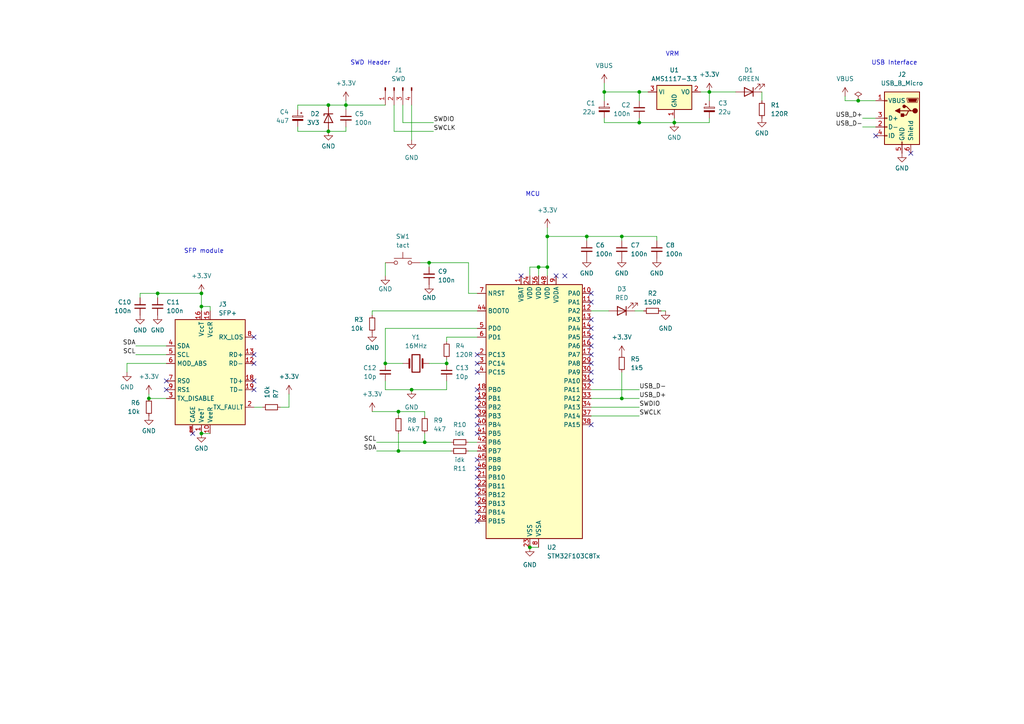
<source format=kicad_sch>
(kicad_sch (version 20230121) (generator eeschema)
  (paper "A4")
  (title_block (title "Cute little SFP+ programmer") (date "2023-11-25") (rev "1.1e") (company "Nyanbyte P.S.A.") (comment 1 "by femsci"))
  (lib_symbols
    (symbol "Connector:Conn_01x04_Pin" (pin_names (offset 1.016) hide)
      (property "Reference" "J" (at 0 5.08 0))
      (property "Value" "Conn_01x04_Pin" (at 0 -7.62 0))
      (symbol "Conn_01x04_Pin_1_1"
        (polyline (pts (xy 1.27 -5.08) (xy 0.8636 -5.08)) (stroke (width 0.1524)))
        (polyline (pts (xy 1.27 -2.54) (xy 0.8636 -2.54)) (stroke (width 0.1524)))
        (polyline (pts (xy 1.27 0) (xy 0.8636 0)) (stroke (width 0.1524)))
        (polyline (pts (xy 1.27 2.54) (xy 0.8636 2.54)) (stroke (width 0.1524)))
        (rectangle (start 0.8636 -4.953) (end 0 -5.207) (stroke (width 0.1524)) (fill (type outline)))
        (rectangle (start 0.8636 -2.413) (end 0 -2.667) (stroke (width 0.1524)) (fill (type outline)))
        (rectangle (start 0.8636 0.127) (end 0 -0.127) (stroke (width 0.1524)) (fill (type outline)))
        (rectangle (start 0.8636 2.667) (end 0 2.413) (stroke (width 0.1524)) (fill (type outline)))
        (pin passive line (at 5.08 2.54 180) (length 3.81) (name "Pin_1") (number "1"))
        (pin passive line (at 5.08 0 180) (length 3.81) (name "Pin_2") (number "2"))
        (pin passive line (at 5.08 -2.54 180) (length 3.81) (name "Pin_3") (number "3"))
        (pin passive line (at 5.08 -5.08 180) (length 3.81) (name "Pin_4") (number "4"))
      )
    )
    (symbol "Connector:USB_B_Micro" (pin_names (offset 1.016))
      (property "Reference" "J" (at -5.08 11.43 0))
      (property "Value" "USB_B_Micro" (at -5.08 8.89 0))
      (symbol "USB_B_Micro_0_1"
        (rectangle (start -5.08 -7.62) (end 5.08 7.62) (stroke (width 0.254)) (fill (type background)))
        (circle (center -3.81 2.159) (radius 0.635) (stroke (width 0.254)) (fill (type outline)))
        (circle (center -0.635 3.429) (radius 0.381) (stroke (width 0.254)) (fill (type outline)))
        (rectangle (start -0.127 -7.62) (end 0.127 -6.858))
        (polyline (pts (xy -1.905 2.159) (xy 0.635 2.159)) (stroke (width 0.254)))
        (polyline (pts (xy -3.175 2.159) (xy -2.54 2.159) (xy -1.27 3.429) (xy -0.635 3.429)) (stroke (width 0.254)))
        (polyline (pts (xy -2.54 2.159) (xy -1.905 2.159) (xy -1.27 0.889) (xy 0 0.889)) (stroke (width 0.254)))
        (polyline (pts (xy 0.635 2.794) (xy 0.635 1.524) (xy 1.905 2.159) (xy 0.635 2.794)) (stroke (width 0.254)) (fill (type outline)))
        (polyline (pts (xy -4.318 5.588) (xy -1.778 5.588) (xy -2.032 4.826) (xy -4.064 4.826) (xy -4.318 5.588)) (fill (type outline)))
        (polyline (pts (xy -4.699 5.842) (xy -4.699 5.588) (xy -4.445 4.826) (xy -4.445 4.572) (xy -1.651 4.572) (xy -1.651 4.826) (xy -1.397 5.588) (xy -1.397 5.842) (xy -4.699 5.842)))
        (rectangle (start 0.254 1.27) (end -0.508 0.508) (stroke (width 0.254)) (fill (type outline)))
        (rectangle (start 5.08 -5.207) (end 4.318 -4.953))
        (rectangle (start 5.08 -2.667) (end 4.318 -2.413))
        (rectangle (start 5.08 -0.127) (end 4.318 0.127))
        (rectangle (start 5.08 4.953) (end 4.318 5.207))
      )
      (symbol "USB_B_Micro_1_1"
        (pin power_out line (at 7.62 5.08 180) (length 2.54) (name "VBUS") (number "1"))
        (pin bidirectional line (at 7.62 -2.54 180) (length 2.54) (name "D-") (number "2"))
        (pin bidirectional line (at 7.62 0 180) (length 2.54) (name "D+") (number "3"))
        (pin passive line (at 7.62 -5.08 180) (length 2.54) (name "ID") (number "4"))
        (pin power_out line (at 0 -10.16 90) (length 2.54) (name "GND") (number "5"))
        (pin passive line (at -2.54 -10.16 90) (length 2.54) (name "Shield") (number "6"))
      )
    )
    (symbol "Device:C_Polarized_Small" (pin_numbers hide) (pin_names (offset 0.254) hide)
      (property "Reference" "C" (at 0.254 1.778 0))
      (property "Value" "C_Polarized_Small" (at 0.254 -2.032 0))
      (symbol "C_Polarized_Small_0_1"
        (rectangle (start -1.524 -0.3048) (end 1.524 -0.6858) (fill (type outline)))
        (rectangle (start -1.524 0.6858) (end 1.524 0.3048))
        (polyline (pts (xy -1.27 1.524) (xy -0.762 1.524)))
        (polyline (pts (xy -1.016 1.27) (xy -1.016 1.778)))
      )
      (symbol "C_Polarized_Small_1_1"
        (pin passive line (at 0 2.54 270) (length 1.8542) (name "~") (number "1"))
        (pin passive line (at 0 -2.54 90) (length 1.8542) (name "~") (number "2"))
      )
    )
    (symbol "Device:C_Small" (pin_numbers hide) (pin_names (offset 0.254) hide)
      (property "Reference" "C" (at 0.254 1.778 0))
      (property "Value" "C_Small" (at 0.254 -2.032 0))
      (symbol "C_Small_0_1"
        (polyline (pts (xy -1.524 -0.508) (xy 1.524 -0.508)) (stroke (width 0.3302)))
        (polyline (pts (xy -1.524 0.508) (xy 1.524 0.508)) (stroke (width 0.3048)))
      )
      (symbol "C_Small_1_1"
        (pin passive line (at 0 2.54 270) (length 2.032) (name "~") (number "1"))
        (pin passive line (at 0 -2.54 90) (length 2.032) (name "~") (number "2"))
      )
    )
    (symbol "Device:Crystal" (pin_numbers hide) (pin_names (offset 1.016) hide)
      (property "Reference" "Y" (at 0 3.81 0))
      (property "Value" "Crystal" (at 0 -3.81 0))
      (symbol "Crystal_0_1"
        (rectangle (start -1.143 2.54) (end 1.143 -2.54) (stroke (width 0.3048)))
        (polyline (pts (xy -2.54 0) (xy -1.905 0)))
        (polyline (pts (xy -1.905 -1.27) (xy -1.905 1.27)) (stroke (width 0.508)))
        (polyline (pts (xy 1.905 -1.27) (xy 1.905 1.27)) (stroke (width 0.508)))
        (polyline (pts (xy 2.54 0) (xy 1.905 0)))
      )
      (symbol "Crystal_1_1"
        (pin passive line (at -3.81 0 0) (length 1.27) (name "1") (number "1"))
        (pin passive line (at 3.81 0 180) (length 1.27) (name "2") (number "2"))
      )
    )
    (symbol "Device:D_Zener" (pin_numbers hide) (pin_names (offset 1.016) hide)
      (property "Reference" "D" (at 0 2.54 0))
      (property "Value" "D_Zener" (at 0 -2.54 0))
      (symbol "D_Zener_0_1"
        (polyline (pts (xy 1.27 0) (xy -1.27 0)))
        (polyline (pts (xy -1.27 -1.27) (xy -1.27 1.27) (xy -0.762 1.27)) (stroke (width 0.254)))
        (polyline (pts (xy 1.27 -1.27) (xy 1.27 1.27) (xy -1.27 0) (xy 1.27 -1.27)) (stroke (width 0.254)))
      )
      (symbol "D_Zener_1_1"
        (pin passive line (at -3.81 0 0) (length 2.54) (name "K") (number "1"))
        (pin passive line (at 3.81 0 180) (length 2.54) (name "A") (number "2"))
      )
    )
    (symbol "Device:LED" (pin_numbers hide) (pin_names (offset 1.016) hide)
      (property "Reference" "D" (at 0 2.54 0))
      (property "Value" "LED" (at 0 -2.54 0))
      (symbol "LED_0_1"
        (polyline (pts (xy -1.27 -1.27) (xy -1.27 1.27)) (stroke (width 0.254)))
        (polyline (pts (xy -1.27 0) (xy 1.27 0)))
        (polyline (pts (xy 1.27 -1.27) (xy 1.27 1.27) (xy -1.27 0) (xy 1.27 -1.27)) (stroke (width 0.254)))
        (polyline (pts (xy -3.048 -0.762) (xy -4.572 -2.286) (xy -3.81 -2.286) (xy -4.572 -2.286) (xy -4.572 -1.524)))
        (polyline (pts (xy -1.778 -0.762) (xy -3.302 -2.286) (xy -2.54 -2.286) (xy -3.302 -2.286) (xy -3.302 -1.524)))
      )
      (symbol "LED_1_1"
        (pin passive line (at -3.81 0 0) (length 2.54) (name "K") (number "1"))
        (pin passive line (at 3.81 0 180) (length 2.54) (name "A") (number "2"))
      )
    )
    (symbol "Device:R_Small" (pin_numbers hide) (pin_names (offset 0.254) hide)
      (property "Reference" "R" (at 0.762 0.508 0))
      (property "Value" "R_Small" (at 0.762 -1.016 0))
      (symbol "R_Small_0_1"
        (rectangle (start -0.762 1.778) (end 0.762 -1.778) (stroke (width 0.2032)))
      )
      (symbol "R_Small_1_1"
        (pin passive line (at 0 2.54 270) (length 0.762) (name "~") (number "1"))
        (pin passive line (at 0 -2.54 90) (length 0.762) (name "~") (number "2"))
      )
    )
    (symbol "Interface_Optical:SFP+"
      (property "Reference" "J" (at -8.89 16.51 0))
      (property "Value" "SFP+" (at 11.43 16.51 0))
      (symbol "SFP+_0_0"
        (rectangle (start -10.16 15.24) (end 10.16 -15.24) (stroke (width 0.254)) (fill (type background)))
      )
      (symbol "SFP+_1_1"
        (pin power_in line (at -2.54 -17.78 90) (length 2.54) (name "VeeT") (number "1"))
        (pin power_in line (at 0 -17.78 90) (length 2.54) (name "VeeR") (number "10"))
        (pin passive line (at 0 -17.78 90) (length 2.54) hide (name "VeeR") (number "11"))
        (pin output line (at 12.7 2.54 180) (length 2.54) (name "RD-") (number "12"))
        (pin output line (at 12.7 5.08 180) (length 2.54) (name "RD+") (number "13"))
        (pin passive line (at 0 -17.78 90) (length 2.54) hide (name "VeeR") (number "14"))
        (pin power_in line (at 0 17.78 270) (length 2.54) (name "VccR") (number "15"))
        (pin power_in line (at -2.54 17.78 270) (length 2.54) (name "VccT") (number "16"))
        (pin passive line (at -2.54 -17.78 90) (length 2.54) hide (name "VeeT") (number "17"))
        (pin input line (at 12.7 -2.54 180) (length 2.54) (name "TD+") (number "18"))
        (pin input line (at 12.7 -5.08 180) (length 2.54) (name "TD-") (number "19"))
        (pin open_collector line (at 12.7 -10.16 180) (length 2.54) (name "TX_FAULT") (number "2"))
        (pin passive line (at -2.54 -17.78 90) (length 2.54) hide (name "VeeT") (number "20"))
        (pin input line (at -12.7 -7.62 0) (length 2.54) (name "TX_DISABLE") (number "3"))
        (pin bidirectional line (at -12.7 7.62 0) (length 2.54) (name "SDA") (number "4"))
        (pin input line (at -12.7 5.08 0) (length 2.54) (name "SCL") (number "5"))
        (pin passive line (at -12.7 2.54 0) (length 2.54) (name "MOD_ABS") (number "6"))
        (pin input line (at -12.7 -2.54 0) (length 2.54) (name "RS0") (number "7"))
        (pin open_collector line (at 12.7 10.16 180) (length 2.54) (name "RX_LOS") (number "8"))
        (pin input line (at -12.7 -5.08 0) (length 2.54) (name "RS1") (number "9"))
        (pin passive line (at -5.08 -17.78 90) (length 2.54) (name "CAGE") (number "CAGE"))
      )
    )
    (symbol "MCU_ST_STM32F1:STM32F103C8Tx"
      (property "Reference" "U" (at -12.7 39.37 0))
      (property "Value" "STM32F103C8Tx" (at 10.16 39.37 0))
      (symbol "STM32F103C8Tx_0_1"
        (rectangle (start -12.7 -35.56) (end 15.24 38.1) (stroke (width 0.254)) (fill (type background)))
      )
      (symbol "STM32F103C8Tx_1_1"
        (pin power_in line (at -2.54 40.64 270) (length 2.54) (name "VBAT") (number "1"))
        (pin bidirectional line (at 17.78 35.56 180) (length 2.54) (name "PA0") (number "10"))
        (pin bidirectional line (at 17.78 33.02 180) (length 2.54) (name "PA1") (number "11"))
        (pin bidirectional line (at 17.78 30.48 180) (length 2.54) (name "PA2") (number "12"))
        (pin bidirectional line (at 17.78 27.94 180) (length 2.54) (name "PA3") (number "13"))
        (pin bidirectional line (at 17.78 25.4 180) (length 2.54) (name "PA4") (number "14"))
        (pin bidirectional line (at 17.78 22.86 180) (length 2.54) (name "PA5") (number "15"))
        (pin bidirectional line (at 17.78 20.32 180) (length 2.54) (name "PA6") (number "16"))
        (pin bidirectional line (at 17.78 17.78 180) (length 2.54) (name "PA7") (number "17"))
        (pin bidirectional line (at -15.24 7.62 0) (length 2.54) (name "PB0") (number "18"))
        (pin bidirectional line (at -15.24 5.08 0) (length 2.54) (name "PB1") (number "19"))
        (pin bidirectional line (at -15.24 17.78 0) (length 2.54) (name "PC13") (number "2"))
        (pin bidirectional line (at -15.24 2.54 0) (length 2.54) (name "PB2") (number "20"))
        (pin bidirectional line (at -15.24 -17.78 0) (length 2.54) (name "PB10") (number "21"))
        (pin bidirectional line (at -15.24 -20.32 0) (length 2.54) (name "PB11") (number "22"))
        (pin power_in line (at 0 -38.1 90) (length 2.54) (name "VSS") (number "23"))
        (pin power_in line (at 0 40.64 270) (length 2.54) (name "VDD") (number "24"))
        (pin bidirectional line (at -15.24 -22.86 0) (length 2.54) (name "PB12") (number "25"))
        (pin bidirectional line (at -15.24 -25.4 0) (length 2.54) (name "PB13") (number "26"))
        (pin bidirectional line (at -15.24 -27.94 0) (length 2.54) (name "PB14") (number "27"))
        (pin bidirectional line (at -15.24 -30.48 0) (length 2.54) (name "PB15") (number "28"))
        (pin bidirectional line (at 17.78 15.24 180) (length 2.54) (name "PA8") (number "29"))
        (pin bidirectional line (at -15.24 15.24 0) (length 2.54) (name "PC14") (number "3"))
        (pin bidirectional line (at 17.78 12.7 180) (length 2.54) (name "PA9") (number "30"))
        (pin bidirectional line (at 17.78 10.16 180) (length 2.54) (name "PA10") (number "31"))
        (pin bidirectional line (at 17.78 7.62 180) (length 2.54) (name "PA11") (number "32"))
        (pin bidirectional line (at 17.78 5.08 180) (length 2.54) (name "PA12") (number "33"))
        (pin bidirectional line (at 17.78 2.54 180) (length 2.54) (name "PA13") (number "34"))
        (pin passive line (at 0 -38.1 90) (length 2.54) hide (name "VSS") (number "35"))
        (pin power_in line (at 2.54 40.64 270) (length 2.54) (name "VDD") (number "36"))
        (pin bidirectional line (at 17.78 0 180) (length 2.54) (name "PA14") (number "37"))
        (pin bidirectional line (at 17.78 -2.54 180) (length 2.54) (name "PA15") (number "38"))
        (pin bidirectional line (at -15.24 0 0) (length 2.54) (name "PB3") (number "39"))
        (pin bidirectional line (at -15.24 12.7 0) (length 2.54) (name "PC15") (number "4"))
        (pin bidirectional line (at -15.24 -2.54 0) (length 2.54) (name "PB4") (number "40"))
        (pin bidirectional line (at -15.24 -5.08 0) (length 2.54) (name "PB5") (number "41"))
        (pin bidirectional line (at -15.24 -7.62 0) (length 2.54) (name "PB6") (number "42"))
        (pin bidirectional line (at -15.24 -10.16 0) (length 2.54) (name "PB7") (number "43"))
        (pin input line (at -15.24 30.48 0) (length 2.54) (name "BOOT0") (number "44"))
        (pin bidirectional line (at -15.24 -12.7 0) (length 2.54) (name "PB8") (number "45"))
        (pin bidirectional line (at -15.24 -15.24 0) (length 2.54) (name "PB9") (number "46"))
        (pin passive line (at 0 -38.1 90) (length 2.54) hide (name "VSS") (number "47"))
        (pin power_in line (at 5.08 40.64 270) (length 2.54) (name "VDD") (number "48"))
        (pin bidirectional line (at -15.24 25.4 0) (length 2.54) (name "PD0") (number "5"))
        (pin bidirectional line (at -15.24 22.86 0) (length 2.54) (name "PD1") (number "6"))
        (pin input line (at -15.24 35.56 0) (length 2.54) (name "NRST") (number "7"))
        (pin power_in line (at 2.54 -38.1 90) (length 2.54) (name "VSSA") (number "8"))
        (pin power_in line (at 7.62 40.64 270) (length 2.54) (name "VDDA") (number "9"))
      )
    )
    (symbol "Regulator_Linear:AMS1117-3.3"
      (property "Reference" "U" (at -3.81 3.175 0))
      (property "Value" "AMS1117-3.3" (at 0 3.175 0))
      (symbol "AMS1117-3.3_0_1"
        (rectangle (start -5.08 -5.08) (end 5.08 1.905) (stroke (width 0.254)) (fill (type background)))
      )
      (symbol "AMS1117-3.3_1_1"
        (pin power_in line (at 0 -7.62 90) (length 2.54) (name "GND") (number "1"))
        (pin power_out line (at 7.62 0 180) (length 2.54) (name "VO") (number "2"))
        (pin power_in line (at -7.62 0 0) (length 2.54) (name "VI") (number "3"))
      )
    )
    (symbol "Switch:SW_Push" (pin_numbers hide) (pin_names (offset 1.016) hide)
      (property "Reference" "SW" (at 1.27 2.54 0))
      (property "Value" "SW_Push" (at 0 -1.524 0))
      (symbol "SW_Push_0_1"
        (circle (center -2.032 0) (radius 0.508))
        (polyline (pts (xy 0 1.27) (xy 0 3.048)))
        (polyline (pts (xy 2.54 1.27) (xy -2.54 1.27)))
        (circle (center 2.032 0) (radius 0.508))
        (pin passive line (at -5.08 0 0) (length 2.54) (name "1") (number "1"))
        (pin passive line (at 5.08 0 180) (length 2.54) (name "2") (number "2"))
      )
    )
    (symbol "power:+3.3V" (power) (pin_names (offset 0))
      (property "Value" "+3.3V" (at 0 3.556 0))
      (symbol "+3.3V_0_1"
        (polyline (pts (xy -0.762 1.27) (xy 0 2.54)))
        (polyline (pts (xy 0 0) (xy 0 2.54)))
        (polyline (pts (xy 0 2.54) (xy 0.762 1.27)))
      )
      (symbol "+3.3V_1_1"
        (pin power_in line (at 0 0 90) (length 0) hide (name "+3.3V") (number "1"))
      )
    )
    (symbol "power:GND" (power) (pin_names (offset 0))
      (property "Value" "GND" (at 0 -3.81 0))
      (symbol "GND_0_1"
        (polyline (pts (xy 0 0) (xy 0 -1.27) (xy 1.27 -1.27) (xy 0 -2.54) (xy -1.27 -1.27) (xy 0 -1.27)))
      )
      (symbol "GND_1_1"
        (pin power_in line (at 0 0 270) (length 0) hide (name "GND") (number "1"))
      )
    )
    (symbol "power:PWR_FLAG" (power) (pin_numbers hide) (pin_names (offset 0) hide)
      (property "Value" "PWR_FLAG" (at 0 3.81 0))
      (symbol "PWR_FLAG_0_0"
        (pin power_out line (at 0 0 90) (length 0) (name "pwr") (number "1"))
      )
      (symbol "PWR_FLAG_0_1"
        (polyline (pts (xy 0 0) (xy 0 1.27) (xy -1.016 1.905) (xy 0 2.54) (xy 1.016 1.905) (xy 0 1.27)))
      )
    )
    (symbol "power:VBUS" (power) (pin_names (offset 0))
      (property "Value" "VBUS" (at 0 3.81 0))
      (symbol "VBUS_0_1"
        (polyline (pts (xy -0.762 1.27) (xy 0 2.54)))
        (polyline (pts (xy 0 0) (xy 0 2.54)))
        (polyline (pts (xy 0 2.54) (xy 0.762 1.27)))
      )
      (symbol "VBUS_1_1"
        (pin power_in line (at 0 0 90) (length 0) hide (name "VBUS") (number "1"))
      )
    )
  )
  (junction (at 205.74 26.67))
  (junction (at 119.38 113.03))
  (junction (at 58.42 125.73))
  (junction (at 175.26 26.67))
  (junction (at 153.67 158.75))
  (junction (at 248.92 29.21))
  (junction (at 185.42 26.67))
  (junction (at 58.42 85.09))
  (junction (at 170.18 68.58))
  (junction (at 45.72 85.09))
  (junction (at 115.57 119.38))
  (junction (at 100.33 30.48))
  (junction (at 129.54 105.41))
  (junction (at 195.58 35.56))
  (junction (at 58.42 88.9))
  (junction (at 158.75 77.47))
  (junction (at 156.21 77.47))
  (junction (at 95.25 38.1))
  (junction (at 123.19 128.27))
  (junction (at 111.76 105.41))
  (junction (at 43.18 115.57))
  (junction (at 115.57 130.81))
  (junction (at 180.34 68.58))
  (junction (at 95.25 30.48))
  (junction (at 158.75 68.58))
  (junction (at 185.42 35.56))
  (junction (at 124.46 76.2))
  (junction (at 180.34 115.57))
  (no_connect (at 138.43 140.97))
  (no_connect (at 138.43 118.11))
  (no_connect (at 138.43 113.03))
  (no_connect (at 138.43 151.13))
  (no_connect (at 138.43 107.95))
  (no_connect (at 171.45 107.95))
  (no_connect (at 264.16 44.45))
  (no_connect (at 73.66 113.03))
  (no_connect (at 138.43 123.19))
  (no_connect (at 138.43 125.73))
  (no_connect (at 138.43 115.57))
  (no_connect (at 171.45 87.63))
  (no_connect (at 138.43 133.35))
  (no_connect (at 171.45 123.19))
  (no_connect (at 171.45 92.71))
  (no_connect (at 138.43 105.41))
  (no_connect (at 171.45 100.33))
  (no_connect (at 73.66 110.49))
  (no_connect (at 138.43 143.51))
  (no_connect (at 138.43 146.05))
  (no_connect (at 138.43 138.43))
  (no_connect (at 161.29 80.01))
  (no_connect (at 138.43 120.65))
  (no_connect (at 48.26 113.03))
  (no_connect (at 171.45 85.09))
  (no_connect (at 163.83 80.01))
  (no_connect (at 254 39.37))
  (no_connect (at 171.45 102.87))
  (no_connect (at 73.66 102.87))
  (no_connect (at 138.43 148.59))
  (no_connect (at 151.13 80.01))
  (no_connect (at 138.43 102.87))
  (no_connect (at 171.45 110.49))
  (no_connect (at 55.88 125.73))
  (no_connect (at 171.45 95.25))
  (no_connect (at 171.45 97.79))
  (no_connect (at 73.66 105.41))
  (no_connect (at 73.66 97.79))
  (no_connect (at 171.45 105.41))
  (no_connect (at 48.26 110.49))
  (no_connect (at 138.43 135.89))
  (wire (pts (xy 254 34.29) (xy 250.19 34.29)))
  (wire (pts (xy 158.75 77.47) (xy 158.75 80.01)))
  (wire (pts (xy 175.26 26.67) (xy 185.42 26.67)))
  (wire (pts (xy 83.82 118.11) (xy 83.82 114.3)))
  (wire (pts (xy 40.64 85.09) (xy 45.72 85.09)))
  (wire (pts (xy 45.72 85.09) (xy 45.72 86.36)))
  (wire (pts (xy 115.57 119.38) (xy 123.19 119.38)))
  (wire (pts (xy 116.84 35.56) (xy 125.73 35.56)))
  (wire (pts (xy 60.96 88.9) (xy 60.96 90.17)))
  (wire (pts (xy 95.25 30.48) (xy 100.33 30.48)))
  (wire (pts (xy 175.26 35.56) (xy 185.42 35.56)))
  (wire (pts (xy 180.34 107.95) (xy 180.34 115.57)))
  (wire (pts (xy 107.95 90.17) (xy 138.43 90.17)))
  (wire (pts (xy 125.73 38.1) (xy 114.3 38.1)))
  (wire (pts (xy 86.36 38.1) (xy 86.36 36.83)))
  (wire (pts (xy 220.98 26.67) (xy 220.98 29.21)))
  (wire (pts (xy 129.54 99.06) (xy 129.54 97.79)))
  (wire (pts (xy 95.25 30.48) (xy 86.36 30.48)))
  (wire (pts (xy 43.18 114.3) (xy 43.18 115.57)))
  (wire (pts (xy 158.75 68.58) (xy 170.18 68.58)))
  (wire (pts (xy 119.38 113.03) (xy 129.54 113.03)))
  (wire (pts (xy 171.45 113.03) (xy 185.42 113.03)))
  (wire (pts (xy 73.66 118.11) (xy 76.2 118.11)))
  (wire (pts (xy 124.46 105.41) (xy 129.54 105.41)))
  (wire (pts (xy 170.18 68.58) (xy 170.18 69.85)))
  (wire (pts (xy 81.28 118.11) (xy 83.82 118.11)))
  (wire (pts (xy 245.11 29.21) (xy 248.92 29.21)))
  (wire (pts (xy 114.3 38.1) (xy 114.3 30.48)))
  (wire (pts (xy 175.26 34.29) (xy 175.26 35.56)))
  (wire (pts (xy 121.92 76.2) (xy 124.46 76.2)))
  (wire (pts (xy 119.38 30.48) (xy 119.38 40.64)))
  (wire (pts (xy 180.34 68.58) (xy 190.5 68.58)))
  (wire (pts (xy 58.42 88.9) (xy 60.96 88.9)))
  (wire (pts (xy 95.25 38.1) (xy 86.36 38.1)))
  (wire (pts (xy 254 29.21) (xy 248.92 29.21)))
  (wire (pts (xy 153.67 77.47) (xy 156.21 77.47)))
  (wire (pts (xy 40.64 85.09) (xy 40.64 86.36)))
  (wire (pts (xy 36.83 105.41) (xy 48.26 105.41)))
  (wire (pts (xy 111.76 76.2) (xy 111.76 80.01)))
  (wire (pts (xy 203.2 26.67) (xy 205.74 26.67)))
  (wire (pts (xy 116.84 30.48) (xy 116.84 35.56)))
  (wire (pts (xy 111.76 113.03) (xy 111.76 110.49)))
  (wire (pts (xy 175.26 24.13) (xy 175.26 26.67)))
  (wire (pts (xy 124.46 76.2) (xy 124.46 77.47)))
  (wire (pts (xy 205.74 26.67) (xy 213.36 26.67)))
  (wire (pts (xy 129.54 97.79) (xy 138.43 97.79)))
  (wire (pts (xy 184.15 90.17) (xy 186.69 90.17)))
  (wire (pts (xy 171.45 115.57) (xy 180.34 115.57)))
  (wire (pts (xy 158.75 66.04) (xy 158.75 68.58)))
  (wire (pts (xy 39.37 102.87) (xy 48.26 102.87)))
  (wire (pts (xy 129.54 110.49) (xy 129.54 113.03)))
  (wire (pts (xy 135.89 85.09) (xy 135.89 76.2)))
  (wire (pts (xy 111.76 105.41) (xy 116.84 105.41)))
  (wire (pts (xy 100.33 31.75) (xy 100.33 30.48)))
  (wire (pts (xy 100.33 36.83) (xy 100.33 38.1)))
  (wire (pts (xy 100.33 30.48) (xy 111.76 30.48)))
  (wire (pts (xy 124.46 76.2) (xy 135.89 76.2)))
  (wire (pts (xy 158.75 68.58) (xy 158.75 77.47)))
  (wire (pts (xy 58.42 85.09) (xy 58.42 88.9)))
  (wire (pts (xy 185.42 26.67) (xy 187.96 26.67)))
  (wire (pts (xy 111.76 95.25) (xy 138.43 95.25)))
  (wire (pts (xy 185.42 26.67) (xy 185.42 29.21)))
  (wire (pts (xy 43.18 115.57) (xy 48.26 115.57)))
  (wire (pts (xy 175.26 26.67) (xy 175.26 29.21)))
  (wire (pts (xy 36.83 107.95) (xy 36.83 105.41)))
  (wire (pts (xy 115.57 125.73) (xy 115.57 130.81)))
  (wire (pts (xy 205.74 35.56) (xy 195.58 35.56)))
  (wire (pts (xy 153.67 158.75) (xy 156.21 158.75)))
  (wire (pts (xy 205.74 34.29) (xy 205.74 35.56)))
  (wire (pts (xy 109.22 128.27) (xy 123.19 128.27)))
  (wire (pts (xy 58.42 125.73) (xy 60.96 125.73)))
  (wire (pts (xy 156.21 77.47) (xy 156.21 80.01)))
  (wire (pts (xy 86.36 30.48) (xy 86.36 31.75)))
  (wire (pts (xy 193.04 90.17) (xy 191.77 90.17)))
  (wire (pts (xy 185.42 35.56) (xy 195.58 35.56)))
  (wire (pts (xy 185.42 34.29) (xy 185.42 35.56)))
  (wire (pts (xy 205.74 29.21) (xy 205.74 26.67)))
  (wire (pts (xy 107.95 90.17) (xy 107.95 91.44)))
  (wire (pts (xy 100.33 30.48) (xy 100.33 29.21)))
  (wire (pts (xy 254 36.83) (xy 250.19 36.83)))
  (wire (pts (xy 111.76 95.25) (xy 111.76 105.41)))
  (wire (pts (xy 245.11 27.94) (xy 245.11 29.21)))
  (wire (pts (xy 171.45 120.65) (xy 185.42 120.65)))
  (wire (pts (xy 171.45 118.11) (xy 185.42 118.11)))
  (wire (pts (xy 180.34 115.57) (xy 185.42 115.57)))
  (wire (pts (xy 129.54 105.41) (xy 129.54 104.14)))
  (wire (pts (xy 180.34 68.58) (xy 180.34 69.85)))
  (wire (pts (xy 107.95 119.38) (xy 115.57 119.38)))
  (wire (pts (xy 115.57 130.81) (xy 109.22 130.81)))
  (wire (pts (xy 130.81 128.27) (xy 123.19 128.27)))
  (wire (pts (xy 115.57 119.38) (xy 115.57 120.65)))
  (wire (pts (xy 95.25 38.1) (xy 100.33 38.1)))
  (wire (pts (xy 130.81 130.81) (xy 115.57 130.81)))
  (wire (pts (xy 170.18 68.58) (xy 180.34 68.58)))
  (wire (pts (xy 138.43 85.09) (xy 135.89 85.09)))
  (wire (pts (xy 45.72 85.09) (xy 58.42 85.09)))
  (wire (pts (xy 195.58 35.56) (xy 195.58 34.29)))
  (wire (pts (xy 123.19 125.73) (xy 123.19 128.27)))
  (wire (pts (xy 171.45 90.17) (xy 176.53 90.17)))
  (wire (pts (xy 123.19 119.38) (xy 123.19 120.65)))
  (wire (pts (xy 138.43 130.81) (xy 135.89 130.81)))
  (wire (pts (xy 138.43 128.27) (xy 135.89 128.27)))
  (wire (pts (xy 156.21 77.47) (xy 158.75 77.47)))
  (wire (pts (xy 190.5 68.58) (xy 190.5 69.85)))
  (wire (pts (xy 119.38 113.03) (xy 111.76 113.03)))
  (wire (pts (xy 153.67 77.47) (xy 153.67 80.01)))
  (wire (pts (xy 39.37 100.33) (xy 48.26 100.33)))
  (wire (pts (xy 58.42 88.9) (xy 58.42 90.17)))
  (text "USB Interface" (at 252.73 19.05 0) (effects (font (size 1.27 1.27)) (justify left bottom)))
  (text "MCU" (at 152.4 57.15 0) (effects (font (size 1.27 1.27)) (justify left bottom)))
  (text "VRM" (at 193.04 16.51 0) (effects (font (size 1.27 1.27)) (justify left bottom)))
  (text "SFP module" (at 53.34 73.66 0) (effects (font (size 1.27 1.27)) (justify left bottom)))
  (text "SWD Header" (at 101.6 19.05 0) (effects (font (size 1.27 1.27)) (justify left bottom)))
  (label "USB_D-" (at 250.19 36.83 180))
  (label "SCL" (at 109.22 128.27 180))
  (label "SDA" (at 39.37 100.33 180))
  (label "USB_D+" (at 185.42 115.57 0))
  (label "SWDIO" (at 185.42 118.11 0))
  (label "SWDIO" (at 125.73 35.56 0))
  (label "SWCLK" (at 125.73 38.1 0))
  (label "SWCLK" (at 185.42 120.65 0))
  (label "USB_D+" (at 250.19 34.29 180))
  (label "SDA" (at 109.22 130.81 180))
  (label "USB_D-" (at 185.42 113.03 0))
  (label "SCL" (at 39.37 102.87 180))
  (symbol (lib_id "power:GND") (at 107.95 96.52 0) (unit 1)
    (property "Reference" "#PWR020" (effects hide))
    (property "Value" "GND" (at 107.95 100.838 0))
  )
  (symbol (lib_id "power:GND") (at 124.46 82.55 0) (unit 1)
    (property "Reference" "#PWR015" (effects hide))
    (property "Value" "GND" (at 124.46 86.36 0))
  )
  (symbol (lib_id "Device:C_Small") (at 170.18 72.39 0) (mirror y) (unit 1)
    (property "Reference" "C6" (at 172.72 71.1262 0) (effects (justify right)))
    (property "Value" "100n" (at 172.72 73.6662 0) (effects (justify right)))
    (property "Footprint" "Capacitor_SMD:C_0402_1005Metric_Pad0.74x0.62mm_HandSolder" (effects hide))
  )
  (symbol (lib_id "Device:C_Small") (at 129.54 107.95 0) (mirror y) (unit 1)
    (property "Reference" "C13" (at 132.08 106.6862 0) (effects (justify right)))
    (property "Value" "10p" (at 132.08 109.2262 0) (effects (justify right)))
    (property "Footprint" "Capacitor_SMD:C_0805_2012Metric_Pad1.18x1.45mm_HandSolder" (effects hide))
  )
  (symbol (lib_id "power:VBUS") (at 175.26 24.13 0) (mirror y) (unit 1)
    (property "Reference" "#PWR01" (effects hide))
    (property "Value" "VBUS" (at 175.26 19.05 0))
  )
  (symbol (lib_id "Device:C_Small") (at 100.33 34.29 0) (unit 1)
    (property "Reference" "C5" (at 102.87 33.0262 0) (effects (justify left)))
    (property "Value" "100n" (at 102.87 35.5662 0) (effects (justify left)))
    (property "Footprint" "Capacitor_SMD:C_0805_2012Metric_Pad1.18x1.45mm_HandSolder" (effects hide))
  )
  (symbol (lib_id "power:GND") (at 195.58 35.56 0) (mirror y) (unit 1)
    (property "Reference" "#PWR06" (effects hide))
    (property "Value" "GND" (at 195.58 39.878 0))
  )
  (symbol (lib_id "power:PWR_FLAG") (at 248.92 29.21 0) (mirror y) (unit 1)
    (property "Reference" "#FLG01" (effects hide))
    (property "Value" "PWR_FLAG" (effects hide))
  )
  (symbol (lib_id "Device:C_Polarized_Small") (at 175.26 31.75 0) (mirror y) (unit 1)
    (property "Reference" "C1" (at 172.72 29.9338 0) (effects (justify left)))
    (property "Value" "22u" (at 172.72 32.4738 0) (effects (justify left)))
    (property "Footprint" "Capacitor_Tantalum_SMD:CP_EIA-6032-28_Kemet-C_Pad2.25x2.35mm_HandSolder" (effects hide))
  )
  (symbol (lib_id "power:GND") (at 43.18 120.65 0) (unit 1)
    (property "Reference" "#PWR027" (effects hide))
    (property "Value" "GND" (at 43.18 124.968 0))
  )
  (symbol (lib_id "Device:R_Small") (at 220.98 31.75 0) (unit 1)
    (property "Reference" "R1" (at 223.52 30.4799 0) (effects (justify left)))
    (property "Value" "120R" (at 223.52 33.0199 0) (effects (justify left)))
    (property "Footprint" "Resistor_SMD:R_0805_2012Metric_Pad1.20x1.40mm_HandSolder" (effects hide))
  )
  (symbol (lib_id "Device:C_Polarized_Small") (at 86.36 34.29 0) (mirror y) (unit 1)
    (property "Reference" "C4" (at 83.82 32.4738 0) (effects (justify left)))
    (property "Value" "4u7" (at 83.82 35.0138 0) (effects (justify left)))
    (property "Footprint" "Capacitor_SMD:C_0805_2012Metric_Pad1.18x1.45mm_HandSolder" (effects hide))
  )
  (symbol (lib_id "MCU_ST_STM32F1:STM32F103C8Tx") (at 153.67 120.65 0) (unit 1)
    (property "Reference" "U2" (at 158.6326 158.75 0) (effects (justify left)))
    (property "Value" "STM32F103C8Tx" (at 158.6326 161.29 0) (effects (justify left)))
    (property "Footprint" "Package_QFP:LQFP-48_7x7mm_P0.5mm" (effects hide))
    (property "Datasheet" "https://www.st.com/resource/en/datasheet/stm32f103c8.pdf" (effects hide))
  )
  (symbol (lib_id "Device:R_Small") (at 180.34 105.41 180) (unit 1)
    (property "Reference" "R5" (at 182.88 104.1399 0) (effects (justify right)))
    (property "Value" "1k5" (at 182.88 106.6799 0) (effects (justify right)))
    (property "Footprint" "Resistor_SMD:R_0805_2012Metric_Pad1.20x1.40mm_HandSolder" (effects hide))
  )
  (symbol (lib_id "power:GND") (at 193.04 90.17 0) (unit 1)
    (property "Reference" "#PWR017" (effects hide))
    (property "Value" "GND" (at 193.04 95.25 0))
  )
  (symbol (lib_id "Device:C_Small") (at 124.46 80.01 180) (unit 1)
    (property "Reference" "C9" (at 127 78.7335 0) (effects (justify right)))
    (property "Value" "100n" (at 127 81.2735 0) (effects (justify right)))
    (property "Footprint" "Capacitor_SMD:C_0805_2012Metric_Pad1.18x1.45mm_HandSolder" (effects hide))
  )
  (symbol (lib_id "power:GND") (at 190.5 74.93 0) (mirror y) (unit 1)
    (property "Reference" "#PWR013" (effects hide))
    (property "Value" "GND" (at 190.5 79.248 0))
  )
  (symbol (lib_id "Device:C_Small") (at 40.64 88.9 0) (mirror x) (unit 1)
    (property "Reference" "C10" (at 38.1 87.6235 0) (effects (justify right)))
    (property "Value" "100n" (at 38.1 90.1635 0) (effects (justify right)))
    (property "Footprint" "Capacitor_SMD:C_0603_1608Metric_Pad1.08x0.95mm_HandSolder" (effects hide))
  )
  (symbol (lib_id "Device:C_Small") (at 180.34 72.39 0) (mirror y) (unit 1)
    (property "Reference" "C7" (at 182.88 71.1262 0) (effects (justify right)))
    (property "Value" "100n" (at 182.88 73.6662 0) (effects (justify right)))
    (property "Footprint" "Capacitor_SMD:C_0402_1005Metric_Pad0.74x0.62mm_HandSolder" (effects hide))
  )
  (symbol (lib_id "Device:R_Small") (at 189.23 90.17 90) (unit 1)
    (property "Reference" "R2" (at 189.23 85.09 90))
    (property "Value" "150R" (at 189.23 87.63 90))
    (property "Footprint" "Resistor_SMD:R_0805_2012Metric_Pad1.20x1.40mm_HandSolder" (effects hide))
  )
  (symbol (lib_id "Device:R_Small") (at 129.54 101.6 0) (mirror y) (unit 1)
    (property "Reference" "R4" (at 132.08 100.3299 0) (effects (justify right)))
    (property "Value" "120R" (at 132.08 102.8699 0) (effects (justify right)))
    (property "Footprint" "Resistor_SMD:R_0805_2012Metric_Pad1.20x1.40mm_HandSolder" (effects hide))
  )
  (symbol (lib_id "Connector:Conn_01x04_Pin") (at 114.3 25.4 90) (mirror x) (unit 1)
    (property "Reference" "J1" (at 115.57 20.32 90))
    (property "Value" "SWD" (at 115.57 22.86 90))
    (property "Footprint" "Connector_PinHeader_2.54mm:PinHeader_1x04_P2.54mm_Vertical" (effects hide))
  )
  (symbol (lib_id "power:+3.3V") (at 58.42 85.09 0) (unit 1)
    (property "Reference" "#PWR016" (effects hide))
    (property "Value" "+3.3V" (at 58.42 80.01 0))
  )
  (symbol (lib_id "Device:R_Small") (at 133.35 128.27 90) (mirror x) (unit 1)
    (property "Reference" "R10" (at 133.35 123.19 90))
    (property "Value" "idk" (at 133.35 125.73 90))
    (property "Footprint" "Resistor_SMD:R_0805_2012Metric_Pad1.20x1.40mm_HandSolder" (effects hide))
  )
  (symbol (lib_id "Device:Crystal") (at 120.65 105.41 180) (unit 1)
    (property "Reference" "Y1" (at 120.65 97.79 0))
    (property "Value" "16MHz" (at 120.65 100.33 0))
    (property "Footprint" "Crystal:Crystal_SMD_HC49-SD" (effects hide))
  )
  (symbol (lib_id "Device:C_Small") (at 185.42 31.75 0) (mirror x) (unit 1)
    (property "Reference" "C2" (at 182.88 30.4735 0) (effects (justify right)))
    (property "Value" "100n" (at 182.88 33.0135 0) (effects (justify right)))
    (property "Footprint" "Capacitor_SMD:C_0805_2012Metric_Pad1.18x1.45mm_HandSolder" (effects hide))
  )
  (symbol (lib_id "power:GND") (at 180.34 74.93 0) (mirror y) (unit 1)
    (property "Reference" "#PWR012" (effects hide))
    (property "Value" "GND" (at 180.34 79.248 0))
  )
  (symbol (lib_id "power:+3.3V") (at 43.18 114.3 0) (unit 1)
    (property "Reference" "#PWR024" (effects hide))
    (property "Value" "+3.3V" (at 43.18 109.22 0))
  )
  (symbol (lib_id "power:GND") (at 36.83 107.95 0) (unit 1)
    (property "Reference" "#PWR022" (effects hide))
    (property "Value" "GND" (at 36.83 112.268 0))
  )
  (symbol (lib_id "power:+3.3V") (at 100.33 29.21 0) (unit 1)
    (property "Reference" "#PWR04" (effects hide))
    (property "Value" "+3.3V" (at 100.33 24.13 0))
  )
  (symbol (lib_id "Device:R_Small") (at 78.74 118.11 270) (unit 1)
    (property "Reference" "R7" (at 80.0101 115.57 0) (effects (justify right)))
    (property "Value" "10k" (at 77.4701 115.57 0) (effects (justify right)))
    (property "Footprint" "Resistor_SMD:R_0805_2012Metric_Pad1.20x1.40mm_HandSolder" (effects hide))
  )
  (symbol (lib_id "Device:D_Zener") (at 95.25 34.29 90) (mirror x) (unit 1)
    (property "Reference" "D2" (at 92.71 33.0199 90) (effects (justify left)))
    (property "Value" "3V3" (at 92.71 35.5599 90) (effects (justify left)))
    (property "Footprint" "Diode_SMD:D_0805_2012Metric_Pad1.15x1.40mm_HandSolder" (effects hide))
  )
  (symbol (lib_id "Device:R_Small") (at 43.18 118.11 0) (unit 1)
    (property "Reference" "R6" (at 40.64 116.8399 0) (effects (justify right)))
    (property "Value" "10k" (at 40.64 119.3799 0) (effects (justify right)))
    (property "Footprint" "Resistor_SMD:R_0805_2012Metric_Pad1.20x1.40mm_HandSolder" (effects hide))
  )
  (symbol (lib_id "Device:R_Small") (at 133.35 130.81 90) (unit 1)
    (property "Reference" "R11" (at 133.35 135.89 90))
    (property "Value" "idk" (at 133.35 133.35 90))
    (property "Footprint" "Resistor_SMD:R_0805_2012Metric_Pad1.20x1.40mm_HandSolder" (effects hide))
  )
  (symbol (lib_id "Regulator_Linear:AMS1117-3.3") (at 195.58 26.67 0) (unit 1)
    (property "Reference" "U1" (at 195.58 20.32 0))
    (property "Value" "AMS1117-3.3" (at 195.58 22.86 0))
    (property "Footprint" "Package_TO_SOT_SMD:SOT-223-3_TabPin2" (effects hide))
    (property "Datasheet" "http://www.advanced-monolithic.com/pdf/ds1117.pdf" (effects hide))
  )
  (symbol (lib_id "Device:C_Small") (at 111.76 107.95 0) (unit 1)
    (property "Reference" "C12" (at 109.22 106.6862 0) (effects (justify right)))
    (property "Value" "10p" (at 109.22 109.2262 0) (effects (justify right)))
    (property "Footprint" "Capacitor_SMD:C_0805_2012Metric_Pad1.18x1.45mm_HandSolder" (effects hide))
  )
  (symbol (lib_id "power:+3.3V") (at 83.82 114.3 0) (unit 1)
    (property "Reference" "#PWR025" (effects hide))
    (property "Value" "+3.3V" (at 83.82 109.22 0))
  )
  (symbol (lib_id "power:GND") (at 95.25 38.1 0) (unit 1)
    (property "Reference" "#PWR07" (effects hide))
    (property "Value" "GND" (at 95.25 42.418 0))
  )
  (symbol (lib_id "power:+3.3V") (at 205.74 26.67 0) (unit 1)
    (property "Reference" "#PWR02" (effects hide))
    (property "Value" "+3.3V" (at 205.74 21.59 0))
  )
  (symbol (lib_id "Device:R_Small") (at 123.19 123.19 0) (mirror y) (unit 1)
    (property "Reference" "R9" (at 125.73 121.9199 0) (effects (justify right)))
    (property "Value" "4k7" (at 125.73 124.4599 0) (effects (justify right)))
    (property "Footprint" "Resistor_SMD:R_0805_2012Metric_Pad1.20x1.40mm_HandSolder" (effects hide))
  )
  (symbol (lib_id "Device:C_Small") (at 45.72 88.9 180) (unit 1)
    (property "Reference" "C11" (at 48.26 87.6235 0) (effects (justify right)))
    (property "Value" "100n" (at 48.26 90.1635 0) (effects (justify right)))
    (property "Footprint" "Capacitor_SMD:C_0603_1608Metric_Pad1.08x0.95mm_HandSolder" (effects hide))
  )
  (symbol (lib_id "power:+3.3V") (at 107.95 119.38 0) (unit 1)
    (property "Reference" "#PWR026" (effects hide))
    (property "Value" "+3.3V" (at 107.95 114.3 0))
  )
  (symbol (lib_id "Interface_Optical:SFP+") (at 60.96 107.95 0) (unit 1)
    (property "Reference" "J3" (at 63.3826 88.265 0) (effects (justify left)))
    (property "Value" "SFP+" (at 63.3826 90.805 0) (effects (justify left)))
    (property "Footprint" "Connector:Connector_SFP_and_Cage" (effects hide))
    (property "Datasheet" "https://members.snia.org/document/dl/25892" (effects hide))
  )
  (symbol (lib_id "Switch:SW_Push") (at 116.84 76.2 0) (unit 1)
    (property "Reference" "SW1" (at 116.84 68.58 0))
    (property "Value" "tact" (at 116.84 71.12 0))
    (property "Footprint" "Button_Switch_SMD:SW_Push_1P1T_NO_6x6mm_H9.5mm" (effects hide))
  )
  (symbol (lib_id "power:GND") (at 170.18 74.93 0) (mirror y) (unit 1)
    (property "Reference" "#PWR011" (effects hide))
    (property "Value" "GND" (at 170.18 79.248 0))
  )
  (symbol (lib_id "power:GND") (at 58.42 125.73 0) (unit 1)
    (property "Reference" "#PWR028" (effects hide))
    (property "Value" "GND" (at 58.42 130.048 0))
  )
  (symbol (lib_id "Device:R_Small") (at 115.57 123.19 0) (mirror y) (unit 1)
    (property "Reference" "R8" (at 118.11 121.9199 0) (effects (justify right)))
    (property "Value" "4k7" (at 118.11 124.4599 0) (effects (justify right)))
    (property "Footprint" "Resistor_SMD:R_0805_2012Metric_Pad1.20x1.40mm_HandSolder" (effects hide))
  )
  (symbol (lib_id "Device:R_Small") (at 107.95 93.98 0) (unit 1)
    (property "Reference" "R3" (at 105.41 92.7099 0) (effects (justify right)))
    (property "Value" "10k" (at 105.41 95.2499 0) (effects (justify right)))
    (property "Footprint" "Resistor_SMD:R_0805_2012Metric_Pad1.20x1.40mm_HandSolder" (effects hide))
  )
  (symbol (lib_id "Device:C_Polarized_Small") (at 205.74 31.75 0) (unit 1)
    (property "Reference" "C3" (at 208.28 29.9338 0) (effects (justify left)))
    (property "Value" "22u" (at 208.28 32.4738 0) (effects (justify left)))
    (property "Footprint" "Capacitor_Tantalum_SMD:CP_EIA-6032-28_Kemet-C_Pad2.25x2.35mm_HandSolder" (effects hide))
  )
  (symbol (lib_id "power:+3.3V") (at 158.75 66.04 0) (unit 1)
    (property "Reference" "#PWR010" (effects hide))
    (property "Value" "+3.3V" (at 158.75 60.96 0))
  )
  (symbol (lib_id "power:GND") (at 119.38 40.64 0) (unit 1)
    (property "Reference" "#PWR08" (effects hide))
    (property "Value" "GND" (at 119.38 45.72 0))
  )
  (symbol (lib_id "power:GND") (at 119.38 113.03 0) (unit 1)
    (property "Reference" "#PWR023" (effects hide))
    (property "Value" "GND" (at 119.38 118.11 0))
  )
  (symbol (lib_id "power:GND") (at 153.67 158.75 0) (unit 1)
    (property "Reference" "#PWR029" (effects hide))
    (property "Value" "GND" (at 153.67 163.83 0))
  )
  (symbol (lib_id "power:GND") (at 45.72 91.44 0) (unit 1)
    (property "Reference" "#PWR019" (effects hide))
    (property "Value" "GND" (at 45.72 95.758 0))
  )
  (symbol (lib_id "power:GND") (at 220.98 34.29 0) (mirror y) (unit 1)
    (property "Reference" "#PWR05" (effects hide))
    (property "Value" "GND" (at 220.98 38.608 0))
  )
  (symbol (lib_id "power:VBUS") (at 245.11 27.94 0) (mirror y) (unit 1)
    (property "Reference" "#PWR03" (effects hide))
    (property "Value" "VBUS" (at 245.11 22.86 0))
  )
  (symbol (lib_id "power:GND") (at 111.76 80.01 0) (unit 1)
    (property "Reference" "#PWR014" (effects hide))
    (property "Value" "GND" (at 111.76 83.82 0))
  )
  (symbol (lib_id "power:GND") (at 261.62 44.45 0) (mirror y) (unit 1)
    (property "Reference" "#PWR09" (effects hide))
    (property "Value" "GND" (at 261.62 48.768 0))
  )
  (symbol (lib_id "Device:LED") (at 180.34 90.17 180) (unit 1)
    (property "Reference" "D3" (at 180.34 83.82 0))
    (property "Value" "RED" (at 180.34 86.36 0))
    (property "Footprint" "Diode_SMD:D_0603_1608Metric_Pad1.05x0.95mm_HandSolder" (effects hide))
  )
  (symbol (lib_id "Device:LED") (at 217.17 26.67 180) (unit 1)
    (property "Reference" "D1" (at 217.17 20.32 0))
    (property "Value" "GREEN" (at 217.17 22.86 0))
    (property "Footprint" "Diode_SMD:D_0603_1608Metric_Pad1.05x0.95mm_HandSolder" (effects hide))
  )
  (symbol (lib_id "Connector:USB_B_Micro") (at 261.62 34.29 0) (mirror y) (unit 1)
    (property "Reference" "J2" (at 261.62 21.59 0))
    (property "Value" "USB_B_Micro" (at 261.62 24.13 0))
    (property "Footprint" "Connector_USB:USB_Micro-AB_Molex_47590-0001" (effects hide))
  )
  (symbol (lib_id "power:GND") (at 40.64 91.44 0) (unit 1)
    (property "Reference" "#PWR018" (effects hide))
    (property "Value" "GND" (at 40.64 95.758 0))
  )
  (symbol (lib_id "Device:C_Small") (at 190.5 72.39 0) (mirror y) (unit 1)
    (property "Reference" "C8" (at 193.04 71.1262 0) (effects (justify right)))
    (property "Value" "100n" (at 193.04 73.6662 0) (effects (justify right)))
    (property "Footprint" "Capacitor_SMD:C_0402_1005Metric_Pad0.74x0.62mm_HandSolder" (effects hide))
  )
  (symbol (lib_id "power:+3.3V") (at 180.34 102.87 0) (unit 1)
    (property "Reference" "#PWR021" (effects hide))
    (property "Value" "+3.3V" (at 180.34 97.79 0))
  )
)
</source>
